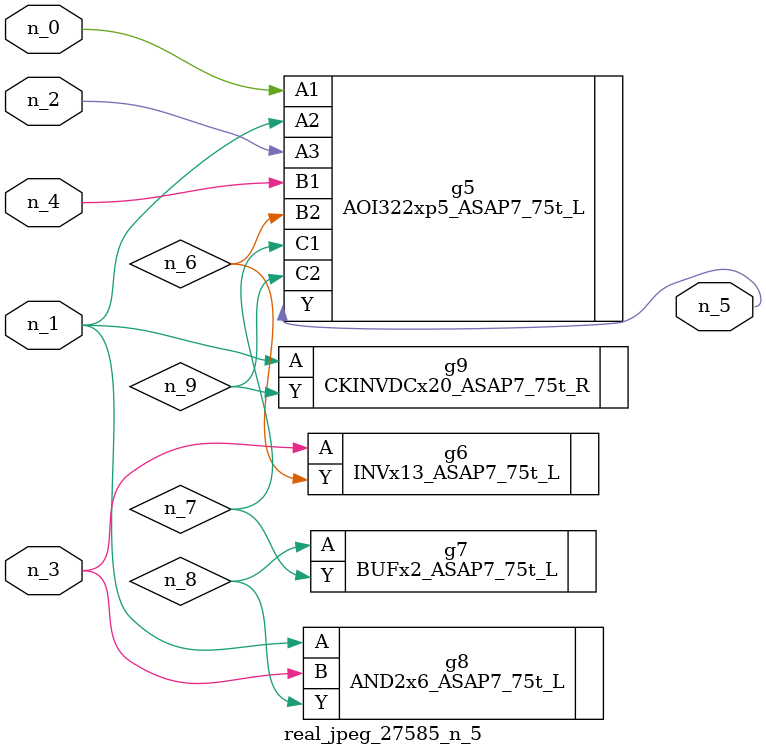
<source format=v>
module real_jpeg_27585_n_5 (n_4, n_0, n_1, n_2, n_3, n_5);

input n_4;
input n_0;
input n_1;
input n_2;
input n_3;

output n_5;

wire n_8;
wire n_6;
wire n_7;
wire n_9;

AOI322xp5_ASAP7_75t_L g5 ( 
.A1(n_0),
.A2(n_1),
.A3(n_2),
.B1(n_4),
.B2(n_6),
.C1(n_7),
.C2(n_9),
.Y(n_5)
);

AND2x6_ASAP7_75t_L g8 ( 
.A(n_1),
.B(n_3),
.Y(n_8)
);

CKINVDCx20_ASAP7_75t_R g9 ( 
.A(n_1),
.Y(n_9)
);

INVx13_ASAP7_75t_L g6 ( 
.A(n_3),
.Y(n_6)
);

BUFx2_ASAP7_75t_L g7 ( 
.A(n_8),
.Y(n_7)
);


endmodule
</source>
